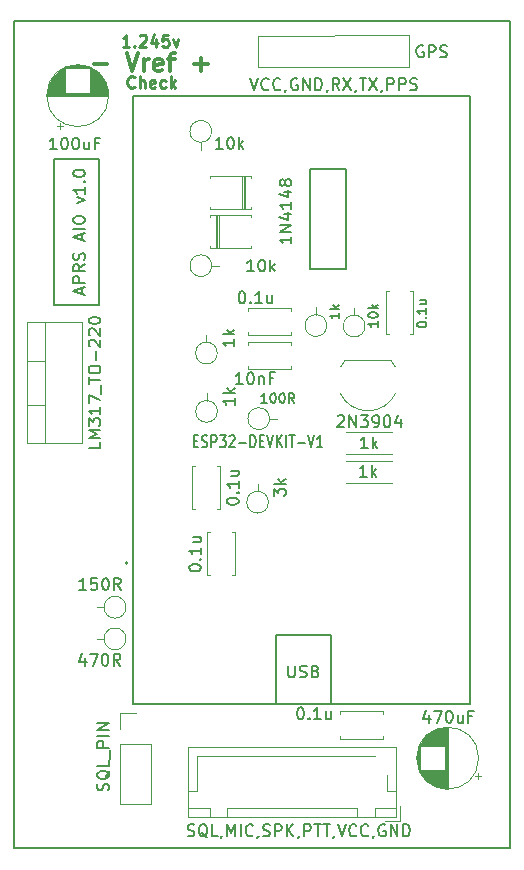
<source format=gbr>
%TF.GenerationSoftware,KiCad,Pcbnew,(6.0.9)*%
%TF.CreationDate,2023-02-20T20:31:07+03:00*%
%TF.ProjectId,ESP32_APRS,45535033-325f-4415-9052-532e6b696361,rev?*%
%TF.SameCoordinates,Original*%
%TF.FileFunction,Legend,Top*%
%TF.FilePolarity,Positive*%
%FSLAX46Y46*%
G04 Gerber Fmt 4.6, Leading zero omitted, Abs format (unit mm)*
G04 Created by KiCad (PCBNEW (6.0.9)) date 2023-02-20 20:31:07*
%MOMM*%
%LPD*%
G01*
G04 APERTURE LIST*
%ADD10C,0.200000*%
%TA.AperFunction,Profile*%
%ADD11C,0.200000*%
%TD*%
%ADD12C,0.250000*%
%ADD13C,0.300000*%
%ADD14C,0.150000*%
%ADD15C,0.120000*%
%ADD16C,0.127000*%
G04 APERTURE END LIST*
D10*
X123390000Y-66660000D02*
X127250000Y-66660000D01*
X127250000Y-66660000D02*
X127250000Y-78990000D01*
X127250000Y-78990000D02*
X123390000Y-78990000D01*
X123390000Y-78990000D02*
X123390000Y-66660000D01*
X145120000Y-67470000D02*
X148110000Y-67470000D01*
X148110000Y-67470000D02*
X148110000Y-75950000D01*
X148110000Y-75950000D02*
X145120000Y-75950000D01*
X145120000Y-75950000D02*
X145120000Y-67470000D01*
D11*
X120000000Y-125000000D02*
X120000000Y-55000000D01*
X120000000Y-55000000D02*
X162000000Y-55000000D01*
X120000000Y-125000000D02*
X162000000Y-125000000D01*
X162052000Y-55000000D02*
X162000000Y-125000000D01*
D12*
X130245238Y-60547142D02*
X130197619Y-60594761D01*
X130054761Y-60642380D01*
X129959523Y-60642380D01*
X129816666Y-60594761D01*
X129721428Y-60499523D01*
X129673809Y-60404285D01*
X129626190Y-60213809D01*
X129626190Y-60070952D01*
X129673809Y-59880476D01*
X129721428Y-59785238D01*
X129816666Y-59690000D01*
X129959523Y-59642380D01*
X130054761Y-59642380D01*
X130197619Y-59690000D01*
X130245238Y-59737619D01*
X130673809Y-60642380D02*
X130673809Y-59642380D01*
X131102380Y-60642380D02*
X131102380Y-60118571D01*
X131054761Y-60023333D01*
X130959523Y-59975714D01*
X130816666Y-59975714D01*
X130721428Y-60023333D01*
X130673809Y-60070952D01*
X131959523Y-60594761D02*
X131864285Y-60642380D01*
X131673809Y-60642380D01*
X131578571Y-60594761D01*
X131530952Y-60499523D01*
X131530952Y-60118571D01*
X131578571Y-60023333D01*
X131673809Y-59975714D01*
X131864285Y-59975714D01*
X131959523Y-60023333D01*
X132007142Y-60118571D01*
X132007142Y-60213809D01*
X131530952Y-60309047D01*
X132864285Y-60594761D02*
X132769047Y-60642380D01*
X132578571Y-60642380D01*
X132483333Y-60594761D01*
X132435714Y-60547142D01*
X132388095Y-60451904D01*
X132388095Y-60166190D01*
X132435714Y-60070952D01*
X132483333Y-60023333D01*
X132578571Y-59975714D01*
X132769047Y-59975714D01*
X132864285Y-60023333D01*
X133292857Y-60642380D02*
X133292857Y-59642380D01*
X133388095Y-60261428D02*
X133673809Y-60642380D01*
X133673809Y-59975714D02*
X133292857Y-60356666D01*
X129798095Y-57152380D02*
X129226666Y-57152380D01*
X129512380Y-57152380D02*
X129512380Y-56152380D01*
X129417142Y-56295238D01*
X129321904Y-56390476D01*
X129226666Y-56438095D01*
X130226666Y-57057142D02*
X130274285Y-57104761D01*
X130226666Y-57152380D01*
X130179047Y-57104761D01*
X130226666Y-57057142D01*
X130226666Y-57152380D01*
X130655238Y-56247619D02*
X130702857Y-56200000D01*
X130798095Y-56152380D01*
X131036190Y-56152380D01*
X131131428Y-56200000D01*
X131179047Y-56247619D01*
X131226666Y-56342857D01*
X131226666Y-56438095D01*
X131179047Y-56580952D01*
X130607619Y-57152380D01*
X131226666Y-57152380D01*
X132083809Y-56485714D02*
X132083809Y-57152380D01*
X131845714Y-56104761D02*
X131607619Y-56819047D01*
X132226666Y-56819047D01*
X133083809Y-56152380D02*
X132607619Y-56152380D01*
X132560000Y-56628571D01*
X132607619Y-56580952D01*
X132702857Y-56533333D01*
X132940952Y-56533333D01*
X133036190Y-56580952D01*
X133083809Y-56628571D01*
X133131428Y-56723809D01*
X133131428Y-56961904D01*
X133083809Y-57057142D01*
X133036190Y-57104761D01*
X132940952Y-57152380D01*
X132702857Y-57152380D01*
X132607619Y-57104761D01*
X132560000Y-57057142D01*
X133464761Y-56485714D02*
X133702857Y-57152380D01*
X133940952Y-56485714D01*
D13*
X126768571Y-58647142D02*
X127911428Y-58647142D01*
X129554285Y-57718571D02*
X130054285Y-59218571D01*
X130554285Y-57718571D01*
X131054285Y-59218571D02*
X131054285Y-58218571D01*
X131054285Y-58504285D02*
X131125714Y-58361428D01*
X131197142Y-58290000D01*
X131340000Y-58218571D01*
X131482857Y-58218571D01*
X132554285Y-59147142D02*
X132411428Y-59218571D01*
X132125714Y-59218571D01*
X131982857Y-59147142D01*
X131911428Y-59004285D01*
X131911428Y-58432857D01*
X131982857Y-58290000D01*
X132125714Y-58218571D01*
X132411428Y-58218571D01*
X132554285Y-58290000D01*
X132625714Y-58432857D01*
X132625714Y-58575714D01*
X131911428Y-58718571D01*
X133054285Y-58218571D02*
X133625714Y-58218571D01*
X133268571Y-59218571D02*
X133268571Y-57932857D01*
X133340000Y-57790000D01*
X133482857Y-57718571D01*
X133625714Y-57718571D01*
X135268571Y-58647142D02*
X136411428Y-58647142D01*
X135840000Y-59218571D02*
X135840000Y-58075714D01*
D14*
X125756666Y-78058095D02*
X125756666Y-77581904D01*
X126042380Y-78153333D02*
X125042380Y-77820000D01*
X126042380Y-77486666D01*
X126042380Y-77153333D02*
X125042380Y-77153333D01*
X125042380Y-76772380D01*
X125090000Y-76677142D01*
X125137619Y-76629523D01*
X125232857Y-76581904D01*
X125375714Y-76581904D01*
X125470952Y-76629523D01*
X125518571Y-76677142D01*
X125566190Y-76772380D01*
X125566190Y-77153333D01*
X126042380Y-75581904D02*
X125566190Y-75915238D01*
X126042380Y-76153333D02*
X125042380Y-76153333D01*
X125042380Y-75772380D01*
X125090000Y-75677142D01*
X125137619Y-75629523D01*
X125232857Y-75581904D01*
X125375714Y-75581904D01*
X125470952Y-75629523D01*
X125518571Y-75677142D01*
X125566190Y-75772380D01*
X125566190Y-76153333D01*
X125994761Y-75200952D02*
X126042380Y-75058095D01*
X126042380Y-74820000D01*
X125994761Y-74724761D01*
X125947142Y-74677142D01*
X125851904Y-74629523D01*
X125756666Y-74629523D01*
X125661428Y-74677142D01*
X125613809Y-74724761D01*
X125566190Y-74820000D01*
X125518571Y-75010476D01*
X125470952Y-75105714D01*
X125423333Y-75153333D01*
X125328095Y-75200952D01*
X125232857Y-75200952D01*
X125137619Y-75153333D01*
X125090000Y-75105714D01*
X125042380Y-75010476D01*
X125042380Y-74772380D01*
X125090000Y-74629523D01*
X125756666Y-73486666D02*
X125756666Y-73010476D01*
X126042380Y-73581904D02*
X125042380Y-73248571D01*
X126042380Y-72915238D01*
X126042380Y-72581904D02*
X125042380Y-72581904D01*
X125042380Y-71915238D02*
X125042380Y-71724761D01*
X125090000Y-71629523D01*
X125185238Y-71534285D01*
X125375714Y-71486666D01*
X125709047Y-71486666D01*
X125899523Y-71534285D01*
X125994761Y-71629523D01*
X126042380Y-71724761D01*
X126042380Y-71915238D01*
X125994761Y-72010476D01*
X125899523Y-72105714D01*
X125709047Y-72153333D01*
X125375714Y-72153333D01*
X125185238Y-72105714D01*
X125090000Y-72010476D01*
X125042380Y-71915238D01*
X125375714Y-70391428D02*
X126042380Y-70153333D01*
X125375714Y-69915238D01*
X126042380Y-69010476D02*
X126042380Y-69581904D01*
X126042380Y-69296190D02*
X125042380Y-69296190D01*
X125185238Y-69391428D01*
X125280476Y-69486666D01*
X125328095Y-69581904D01*
X125947142Y-68581904D02*
X125994761Y-68534285D01*
X126042380Y-68581904D01*
X125994761Y-68629523D01*
X125947142Y-68581904D01*
X126042380Y-68581904D01*
X125042380Y-67915238D02*
X125042380Y-67820000D01*
X125090000Y-67724761D01*
X125137619Y-67677142D01*
X125232857Y-67629523D01*
X125423333Y-67581904D01*
X125661428Y-67581904D01*
X125851904Y-67629523D01*
X125947142Y-67677142D01*
X125994761Y-67724761D01*
X126042380Y-67820000D01*
X126042380Y-67915238D01*
X125994761Y-68010476D01*
X125947142Y-68058095D01*
X125851904Y-68105714D01*
X125661428Y-68153333D01*
X125423333Y-68153333D01*
X125232857Y-68105714D01*
X125137619Y-68058095D01*
X125090000Y-68010476D01*
X125042380Y-67915238D01*
%TO.C,R4*%
X140344761Y-76182380D02*
X139773333Y-76182380D01*
X140059047Y-76182380D02*
X140059047Y-75182380D01*
X139963809Y-75325238D01*
X139868571Y-75420476D01*
X139773333Y-75468095D01*
X140963809Y-75182380D02*
X141059047Y-75182380D01*
X141154285Y-75230000D01*
X141201904Y-75277619D01*
X141249523Y-75372857D01*
X141297142Y-75563333D01*
X141297142Y-75801428D01*
X141249523Y-75991904D01*
X141201904Y-76087142D01*
X141154285Y-76134761D01*
X141059047Y-76182380D01*
X140963809Y-76182380D01*
X140868571Y-76134761D01*
X140820952Y-76087142D01*
X140773333Y-75991904D01*
X140725714Y-75801428D01*
X140725714Y-75563333D01*
X140773333Y-75372857D01*
X140820952Y-75277619D01*
X140868571Y-75230000D01*
X140963809Y-75182380D01*
X141725714Y-76182380D02*
X141725714Y-75182380D01*
X141820952Y-75801428D02*
X142106666Y-76182380D01*
X142106666Y-75515714D02*
X141725714Y-75896666D01*
%TO.C,C3*%
X139275714Y-77872380D02*
X139370952Y-77872380D01*
X139466190Y-77920000D01*
X139513809Y-77967619D01*
X139561428Y-78062857D01*
X139609047Y-78253333D01*
X139609047Y-78491428D01*
X139561428Y-78681904D01*
X139513809Y-78777142D01*
X139466190Y-78824761D01*
X139370952Y-78872380D01*
X139275714Y-78872380D01*
X139180476Y-78824761D01*
X139132857Y-78777142D01*
X139085238Y-78681904D01*
X139037619Y-78491428D01*
X139037619Y-78253333D01*
X139085238Y-78062857D01*
X139132857Y-77967619D01*
X139180476Y-77920000D01*
X139275714Y-77872380D01*
X140037619Y-78777142D02*
X140085238Y-78824761D01*
X140037619Y-78872380D01*
X139990000Y-78824761D01*
X140037619Y-78777142D01*
X140037619Y-78872380D01*
X141037619Y-78872380D02*
X140466190Y-78872380D01*
X140751904Y-78872380D02*
X140751904Y-77872380D01*
X140656666Y-78015238D01*
X140561428Y-78110476D01*
X140466190Y-78158095D01*
X141894761Y-78205714D02*
X141894761Y-78872380D01*
X141466190Y-78205714D02*
X141466190Y-78729523D01*
X141513809Y-78824761D01*
X141609047Y-78872380D01*
X141751904Y-78872380D01*
X141847142Y-78824761D01*
X141894761Y-78777142D01*
%TO.C,R10*%
X138702380Y-86879047D02*
X138702380Y-87450476D01*
X138702380Y-87164761D02*
X137702380Y-87164761D01*
X137845238Y-87260000D01*
X137940476Y-87355238D01*
X137988095Y-87450476D01*
X138702380Y-86450476D02*
X137702380Y-86450476D01*
X138321428Y-86355238D02*
X138702380Y-86069523D01*
X138035714Y-86069523D02*
X138416666Y-86450476D01*
%TO.C,C6*%
X155157142Y-113705714D02*
X155157142Y-114372380D01*
X154919047Y-113324761D02*
X154680952Y-114039047D01*
X155300000Y-114039047D01*
X155585714Y-113372380D02*
X156252380Y-113372380D01*
X155823809Y-114372380D01*
X156823809Y-113372380D02*
X156919047Y-113372380D01*
X157014285Y-113420000D01*
X157061904Y-113467619D01*
X157109523Y-113562857D01*
X157157142Y-113753333D01*
X157157142Y-113991428D01*
X157109523Y-114181904D01*
X157061904Y-114277142D01*
X157014285Y-114324761D01*
X156919047Y-114372380D01*
X156823809Y-114372380D01*
X156728571Y-114324761D01*
X156680952Y-114277142D01*
X156633333Y-114181904D01*
X156585714Y-113991428D01*
X156585714Y-113753333D01*
X156633333Y-113562857D01*
X156680952Y-113467619D01*
X156728571Y-113420000D01*
X156823809Y-113372380D01*
X158014285Y-113705714D02*
X158014285Y-114372380D01*
X157585714Y-113705714D02*
X157585714Y-114229523D01*
X157633333Y-114324761D01*
X157728571Y-114372380D01*
X157871428Y-114372380D01*
X157966666Y-114324761D01*
X158014285Y-114277142D01*
X158823809Y-113848571D02*
X158490476Y-113848571D01*
X158490476Y-114372380D02*
X158490476Y-113372380D01*
X158966666Y-113372380D01*
%TO.C,R1*%
X126028095Y-108885714D02*
X126028095Y-109552380D01*
X125790000Y-108504761D02*
X125551904Y-109219047D01*
X126170952Y-109219047D01*
X126456666Y-108552380D02*
X127123333Y-108552380D01*
X126694761Y-109552380D01*
X127694761Y-108552380D02*
X127790000Y-108552380D01*
X127885238Y-108600000D01*
X127932857Y-108647619D01*
X127980476Y-108742857D01*
X128028095Y-108933333D01*
X128028095Y-109171428D01*
X127980476Y-109361904D01*
X127932857Y-109457142D01*
X127885238Y-109504761D01*
X127790000Y-109552380D01*
X127694761Y-109552380D01*
X127599523Y-109504761D01*
X127551904Y-109457142D01*
X127504285Y-109361904D01*
X127456666Y-109171428D01*
X127456666Y-108933333D01*
X127504285Y-108742857D01*
X127551904Y-108647619D01*
X127599523Y-108600000D01*
X127694761Y-108552380D01*
X129028095Y-109552380D02*
X128694761Y-109076190D01*
X128456666Y-109552380D02*
X128456666Y-108552380D01*
X128837619Y-108552380D01*
X128932857Y-108600000D01*
X128980476Y-108647619D01*
X129028095Y-108742857D01*
X129028095Y-108885714D01*
X128980476Y-108980952D01*
X128932857Y-109028571D01*
X128837619Y-109076190D01*
X128456666Y-109076190D01*
%TO.C,RX2*%
X149970952Y-91162380D02*
X149399523Y-91162380D01*
X149685238Y-91162380D02*
X149685238Y-90162380D01*
X149590000Y-90305238D01*
X149494761Y-90400476D01*
X149399523Y-90448095D01*
X150399523Y-91162380D02*
X150399523Y-90162380D01*
X150494761Y-90781428D02*
X150780476Y-91162380D01*
X150780476Y-90495714D02*
X150399523Y-90876666D01*
%TO.C,C8*%
X123632380Y-65852380D02*
X123060952Y-65852380D01*
X123346666Y-65852380D02*
X123346666Y-64852380D01*
X123251428Y-64995238D01*
X123156190Y-65090476D01*
X123060952Y-65138095D01*
X124251428Y-64852380D02*
X124346666Y-64852380D01*
X124441904Y-64900000D01*
X124489523Y-64947619D01*
X124537142Y-65042857D01*
X124584761Y-65233333D01*
X124584761Y-65471428D01*
X124537142Y-65661904D01*
X124489523Y-65757142D01*
X124441904Y-65804761D01*
X124346666Y-65852380D01*
X124251428Y-65852380D01*
X124156190Y-65804761D01*
X124108571Y-65757142D01*
X124060952Y-65661904D01*
X124013333Y-65471428D01*
X124013333Y-65233333D01*
X124060952Y-65042857D01*
X124108571Y-64947619D01*
X124156190Y-64900000D01*
X124251428Y-64852380D01*
X125203809Y-64852380D02*
X125299047Y-64852380D01*
X125394285Y-64900000D01*
X125441904Y-64947619D01*
X125489523Y-65042857D01*
X125537142Y-65233333D01*
X125537142Y-65471428D01*
X125489523Y-65661904D01*
X125441904Y-65757142D01*
X125394285Y-65804761D01*
X125299047Y-65852380D01*
X125203809Y-65852380D01*
X125108571Y-65804761D01*
X125060952Y-65757142D01*
X125013333Y-65661904D01*
X124965714Y-65471428D01*
X124965714Y-65233333D01*
X125013333Y-65042857D01*
X125060952Y-64947619D01*
X125108571Y-64900000D01*
X125203809Y-64852380D01*
X126394285Y-65185714D02*
X126394285Y-65852380D01*
X125965714Y-65185714D02*
X125965714Y-65709523D01*
X126013333Y-65804761D01*
X126108571Y-65852380D01*
X126251428Y-65852380D01*
X126346666Y-65804761D01*
X126394285Y-65757142D01*
X127203809Y-65328571D02*
X126870476Y-65328571D01*
X126870476Y-65852380D02*
X126870476Y-64852380D01*
X127346666Y-64852380D01*
%TO.C,J1*%
X128014761Y-120107142D02*
X128062380Y-119964285D01*
X128062380Y-119726190D01*
X128014761Y-119630952D01*
X127967142Y-119583333D01*
X127871904Y-119535714D01*
X127776666Y-119535714D01*
X127681428Y-119583333D01*
X127633809Y-119630952D01*
X127586190Y-119726190D01*
X127538571Y-119916666D01*
X127490952Y-120011904D01*
X127443333Y-120059523D01*
X127348095Y-120107142D01*
X127252857Y-120107142D01*
X127157619Y-120059523D01*
X127110000Y-120011904D01*
X127062380Y-119916666D01*
X127062380Y-119678571D01*
X127110000Y-119535714D01*
X128157619Y-118440476D02*
X128110000Y-118535714D01*
X128014761Y-118630952D01*
X127871904Y-118773809D01*
X127824285Y-118869047D01*
X127824285Y-118964285D01*
X128062380Y-118916666D02*
X128014761Y-119011904D01*
X127919523Y-119107142D01*
X127729047Y-119154761D01*
X127395714Y-119154761D01*
X127205238Y-119107142D01*
X127110000Y-119011904D01*
X127062380Y-118916666D01*
X127062380Y-118726190D01*
X127110000Y-118630952D01*
X127205238Y-118535714D01*
X127395714Y-118488095D01*
X127729047Y-118488095D01*
X127919523Y-118535714D01*
X128014761Y-118630952D01*
X128062380Y-118726190D01*
X128062380Y-118916666D01*
X128062380Y-117583333D02*
X128062380Y-118059523D01*
X127062380Y-118059523D01*
X128157619Y-117488095D02*
X128157619Y-116726190D01*
X128062380Y-116488095D02*
X127062380Y-116488095D01*
X127062380Y-116107142D01*
X127110000Y-116011904D01*
X127157619Y-115964285D01*
X127252857Y-115916666D01*
X127395714Y-115916666D01*
X127490952Y-115964285D01*
X127538571Y-116011904D01*
X127586190Y-116107142D01*
X127586190Y-116488095D01*
X128062380Y-115488095D02*
X127062380Y-115488095D01*
X128062380Y-115011904D02*
X127062380Y-115011904D01*
X128062380Y-114440476D01*
X127062380Y-114440476D01*
%TO.C,R6*%
X138692380Y-81939047D02*
X138692380Y-82510476D01*
X138692380Y-82224761D02*
X137692380Y-82224761D01*
X137835238Y-82320000D01*
X137930476Y-82415238D01*
X137978095Y-82510476D01*
X138692380Y-81510476D02*
X137692380Y-81510476D01*
X138311428Y-81415238D02*
X138692380Y-81129523D01*
X138025714Y-81129523D02*
X138406666Y-81510476D01*
%TO.C,C1*%
X144245714Y-113082380D02*
X144340952Y-113082380D01*
X144436190Y-113130000D01*
X144483809Y-113177619D01*
X144531428Y-113272857D01*
X144579047Y-113463333D01*
X144579047Y-113701428D01*
X144531428Y-113891904D01*
X144483809Y-113987142D01*
X144436190Y-114034761D01*
X144340952Y-114082380D01*
X144245714Y-114082380D01*
X144150476Y-114034761D01*
X144102857Y-113987142D01*
X144055238Y-113891904D01*
X144007619Y-113701428D01*
X144007619Y-113463333D01*
X144055238Y-113272857D01*
X144102857Y-113177619D01*
X144150476Y-113130000D01*
X144245714Y-113082380D01*
X145007619Y-113987142D02*
X145055238Y-114034761D01*
X145007619Y-114082380D01*
X144960000Y-114034761D01*
X145007619Y-113987142D01*
X145007619Y-114082380D01*
X146007619Y-114082380D02*
X145436190Y-114082380D01*
X145721904Y-114082380D02*
X145721904Y-113082380D01*
X145626666Y-113225238D01*
X145531428Y-113320476D01*
X145436190Y-113368095D01*
X146864761Y-113415714D02*
X146864761Y-114082380D01*
X146436190Y-113415714D02*
X146436190Y-113939523D01*
X146483809Y-114034761D01*
X146579047Y-114082380D01*
X146721904Y-114082380D01*
X146817142Y-114034761D01*
X146864761Y-113987142D01*
%TO.C,C4*%
X138042380Y-95674285D02*
X138042380Y-95579047D01*
X138090000Y-95483809D01*
X138137619Y-95436190D01*
X138232857Y-95388571D01*
X138423333Y-95340952D01*
X138661428Y-95340952D01*
X138851904Y-95388571D01*
X138947142Y-95436190D01*
X138994761Y-95483809D01*
X139042380Y-95579047D01*
X139042380Y-95674285D01*
X138994761Y-95769523D01*
X138947142Y-95817142D01*
X138851904Y-95864761D01*
X138661428Y-95912380D01*
X138423333Y-95912380D01*
X138232857Y-95864761D01*
X138137619Y-95817142D01*
X138090000Y-95769523D01*
X138042380Y-95674285D01*
X138947142Y-94912380D02*
X138994761Y-94864761D01*
X139042380Y-94912380D01*
X138994761Y-94960000D01*
X138947142Y-94912380D01*
X139042380Y-94912380D01*
X139042380Y-93912380D02*
X139042380Y-94483809D01*
X139042380Y-94198095D02*
X138042380Y-94198095D01*
X138185238Y-94293333D01*
X138280476Y-94388571D01*
X138328095Y-94483809D01*
X138375714Y-93055238D02*
X139042380Y-93055238D01*
X138375714Y-93483809D02*
X138899523Y-93483809D01*
X138994761Y-93436190D01*
X139042380Y-93340952D01*
X139042380Y-93198095D01*
X138994761Y-93102857D01*
X138947142Y-93055238D01*
%TO.C,R8*%
X142022380Y-95188095D02*
X142022380Y-94569047D01*
X142403333Y-94902380D01*
X142403333Y-94759523D01*
X142450952Y-94664285D01*
X142498571Y-94616666D01*
X142593809Y-94569047D01*
X142831904Y-94569047D01*
X142927142Y-94616666D01*
X142974761Y-94664285D01*
X143022380Y-94759523D01*
X143022380Y-95045238D01*
X142974761Y-95140476D01*
X142927142Y-95188095D01*
X143022380Y-94140476D02*
X142022380Y-94140476D01*
X142641428Y-94045238D02*
X143022380Y-93759523D01*
X142355714Y-93759523D02*
X142736666Y-94140476D01*
%TO.C,C7*%
X154151904Y-80721428D02*
X154151904Y-80645238D01*
X154190000Y-80569047D01*
X154228095Y-80530952D01*
X154304285Y-80492857D01*
X154456666Y-80454761D01*
X154647142Y-80454761D01*
X154799523Y-80492857D01*
X154875714Y-80530952D01*
X154913809Y-80569047D01*
X154951904Y-80645238D01*
X154951904Y-80721428D01*
X154913809Y-80797619D01*
X154875714Y-80835714D01*
X154799523Y-80873809D01*
X154647142Y-80911904D01*
X154456666Y-80911904D01*
X154304285Y-80873809D01*
X154228095Y-80835714D01*
X154190000Y-80797619D01*
X154151904Y-80721428D01*
X154875714Y-80111904D02*
X154913809Y-80073809D01*
X154951904Y-80111904D01*
X154913809Y-80150000D01*
X154875714Y-80111904D01*
X154951904Y-80111904D01*
X154951904Y-79311904D02*
X154951904Y-79769047D01*
X154951904Y-79540476D02*
X154151904Y-79540476D01*
X154266190Y-79616666D01*
X154342380Y-79692857D01*
X154380476Y-79769047D01*
X154418571Y-78626190D02*
X154951904Y-78626190D01*
X154418571Y-78969047D02*
X154837619Y-78969047D01*
X154913809Y-78930952D01*
X154951904Y-78854761D01*
X154951904Y-78740476D01*
X154913809Y-78664285D01*
X154875714Y-78626190D01*
%TO.C,R5*%
X126143333Y-103142380D02*
X125571904Y-103142380D01*
X125857619Y-103142380D02*
X125857619Y-102142380D01*
X125762380Y-102285238D01*
X125667142Y-102380476D01*
X125571904Y-102428095D01*
X127048095Y-102142380D02*
X126571904Y-102142380D01*
X126524285Y-102618571D01*
X126571904Y-102570952D01*
X126667142Y-102523333D01*
X126905238Y-102523333D01*
X127000476Y-102570952D01*
X127048095Y-102618571D01*
X127095714Y-102713809D01*
X127095714Y-102951904D01*
X127048095Y-103047142D01*
X127000476Y-103094761D01*
X126905238Y-103142380D01*
X126667142Y-103142380D01*
X126571904Y-103094761D01*
X126524285Y-103047142D01*
X127714761Y-102142380D02*
X127810000Y-102142380D01*
X127905238Y-102190000D01*
X127952857Y-102237619D01*
X128000476Y-102332857D01*
X128048095Y-102523333D01*
X128048095Y-102761428D01*
X128000476Y-102951904D01*
X127952857Y-103047142D01*
X127905238Y-103094761D01*
X127810000Y-103142380D01*
X127714761Y-103142380D01*
X127619523Y-103094761D01*
X127571904Y-103047142D01*
X127524285Y-102951904D01*
X127476666Y-102761428D01*
X127476666Y-102523333D01*
X127524285Y-102332857D01*
X127571904Y-102237619D01*
X127619523Y-102190000D01*
X127714761Y-102142380D01*
X129048095Y-103142380D02*
X128714761Y-102666190D01*
X128476666Y-103142380D02*
X128476666Y-102142380D01*
X128857619Y-102142380D01*
X128952857Y-102190000D01*
X129000476Y-102237619D01*
X129048095Y-102332857D01*
X129048095Y-102475714D01*
X129000476Y-102570952D01*
X128952857Y-102618571D01*
X128857619Y-102666190D01*
X128476666Y-102666190D01*
%TO.C,R7*%
X150831904Y-80406190D02*
X150831904Y-80863333D01*
X150831904Y-80634761D02*
X150031904Y-80634761D01*
X150146190Y-80710952D01*
X150222380Y-80787142D01*
X150260476Y-80863333D01*
X150031904Y-79910952D02*
X150031904Y-79834761D01*
X150070000Y-79758571D01*
X150108095Y-79720476D01*
X150184285Y-79682380D01*
X150336666Y-79644285D01*
X150527142Y-79644285D01*
X150679523Y-79682380D01*
X150755714Y-79720476D01*
X150793809Y-79758571D01*
X150831904Y-79834761D01*
X150831904Y-79910952D01*
X150793809Y-79987142D01*
X150755714Y-80025238D01*
X150679523Y-80063333D01*
X150527142Y-80101428D01*
X150336666Y-80101428D01*
X150184285Y-80063333D01*
X150108095Y-80025238D01*
X150070000Y-79987142D01*
X150031904Y-79910952D01*
X150831904Y-79301428D02*
X150031904Y-79301428D01*
X150527142Y-79225238D02*
X150831904Y-78996666D01*
X150298571Y-78996666D02*
X150603333Y-79301428D01*
%TO.C,TX2*%
X149900952Y-93572380D02*
X149329523Y-93572380D01*
X149615238Y-93572380D02*
X149615238Y-92572380D01*
X149520000Y-92715238D01*
X149424761Y-92810476D01*
X149329523Y-92858095D01*
X150329523Y-93572380D02*
X150329523Y-92572380D01*
X150424761Y-93191428D02*
X150710476Y-93572380D01*
X150710476Y-92905714D02*
X150329523Y-93286666D01*
%TO.C,U2*%
X135251428Y-90528571D02*
X135518095Y-90528571D01*
X135632380Y-91052380D02*
X135251428Y-91052380D01*
X135251428Y-90052380D01*
X135632380Y-90052380D01*
X135937142Y-91004761D02*
X136051428Y-91052380D01*
X136241904Y-91052380D01*
X136318095Y-91004761D01*
X136356190Y-90957142D01*
X136394285Y-90861904D01*
X136394285Y-90766666D01*
X136356190Y-90671428D01*
X136318095Y-90623809D01*
X136241904Y-90576190D01*
X136089523Y-90528571D01*
X136013333Y-90480952D01*
X135975238Y-90433333D01*
X135937142Y-90338095D01*
X135937142Y-90242857D01*
X135975238Y-90147619D01*
X136013333Y-90100000D01*
X136089523Y-90052380D01*
X136280000Y-90052380D01*
X136394285Y-90100000D01*
X136737142Y-91052380D02*
X136737142Y-90052380D01*
X137041904Y-90052380D01*
X137118095Y-90100000D01*
X137156190Y-90147619D01*
X137194285Y-90242857D01*
X137194285Y-90385714D01*
X137156190Y-90480952D01*
X137118095Y-90528571D01*
X137041904Y-90576190D01*
X136737142Y-90576190D01*
X137460952Y-90052380D02*
X137956190Y-90052380D01*
X137689523Y-90433333D01*
X137803809Y-90433333D01*
X137880000Y-90480952D01*
X137918095Y-90528571D01*
X137956190Y-90623809D01*
X137956190Y-90861904D01*
X137918095Y-90957142D01*
X137880000Y-91004761D01*
X137803809Y-91052380D01*
X137575238Y-91052380D01*
X137499047Y-91004761D01*
X137460952Y-90957142D01*
X138260952Y-90147619D02*
X138299047Y-90100000D01*
X138375238Y-90052380D01*
X138565714Y-90052380D01*
X138641904Y-90100000D01*
X138680000Y-90147619D01*
X138718095Y-90242857D01*
X138718095Y-90338095D01*
X138680000Y-90480952D01*
X138222857Y-91052380D01*
X138718095Y-91052380D01*
X139060952Y-90671428D02*
X139670476Y-90671428D01*
X140051428Y-91052380D02*
X140051428Y-90052380D01*
X140241904Y-90052380D01*
X140356190Y-90100000D01*
X140432380Y-90195238D01*
X140470476Y-90290476D01*
X140508571Y-90480952D01*
X140508571Y-90623809D01*
X140470476Y-90814285D01*
X140432380Y-90909523D01*
X140356190Y-91004761D01*
X140241904Y-91052380D01*
X140051428Y-91052380D01*
X140851428Y-90528571D02*
X141118095Y-90528571D01*
X141232380Y-91052380D02*
X140851428Y-91052380D01*
X140851428Y-90052380D01*
X141232380Y-90052380D01*
X141460952Y-90052380D02*
X141727619Y-91052380D01*
X141994285Y-90052380D01*
X142260952Y-91052380D02*
X142260952Y-90052380D01*
X142718095Y-91052380D02*
X142375238Y-90480952D01*
X142718095Y-90052380D02*
X142260952Y-90623809D01*
X143060952Y-91052380D02*
X143060952Y-90052380D01*
X143327619Y-90052380D02*
X143784761Y-90052380D01*
X143556190Y-91052380D02*
X143556190Y-90052380D01*
X144051428Y-90671428D02*
X144660952Y-90671428D01*
X144927619Y-90052380D02*
X145194285Y-91052380D01*
X145460952Y-90052380D01*
X146146666Y-91052380D02*
X145689523Y-91052380D01*
X145918095Y-91052380D02*
X145918095Y-90052380D01*
X145841904Y-90195238D01*
X145765714Y-90290476D01*
X145689523Y-90338095D01*
X143225395Y-109546380D02*
X143225395Y-110355904D01*
X143273014Y-110451142D01*
X143320633Y-110498761D01*
X143415871Y-110546380D01*
X143606347Y-110546380D01*
X143701585Y-110498761D01*
X143749204Y-110451142D01*
X143796823Y-110355904D01*
X143796823Y-109546380D01*
X144225395Y-110498761D02*
X144368252Y-110546380D01*
X144606347Y-110546380D01*
X144701585Y-110498761D01*
X144749204Y-110451142D01*
X144796823Y-110355904D01*
X144796823Y-110260666D01*
X144749204Y-110165428D01*
X144701585Y-110117809D01*
X144606347Y-110070190D01*
X144415871Y-110022571D01*
X144320633Y-109974952D01*
X144273014Y-109927333D01*
X144225395Y-109832095D01*
X144225395Y-109736857D01*
X144273014Y-109641619D01*
X144320633Y-109594000D01*
X144415871Y-109546380D01*
X144653966Y-109546380D01*
X144796823Y-109594000D01*
X145558728Y-110022571D02*
X145701585Y-110070190D01*
X145749204Y-110117809D01*
X145796823Y-110213047D01*
X145796823Y-110355904D01*
X145749204Y-110451142D01*
X145701585Y-110498761D01*
X145606347Y-110546380D01*
X145225395Y-110546380D01*
X145225395Y-109546380D01*
X145558728Y-109546380D01*
X145653966Y-109594000D01*
X145701585Y-109641619D01*
X145749204Y-109736857D01*
X145749204Y-109832095D01*
X145701585Y-109927333D01*
X145653966Y-109974952D01*
X145558728Y-110022571D01*
X145225395Y-110022571D01*
%TO.C,R9*%
X147551904Y-79685238D02*
X147551904Y-80142380D01*
X147551904Y-79913809D02*
X146751904Y-79913809D01*
X146866190Y-79990000D01*
X146942380Y-80066190D01*
X146980476Y-80142380D01*
X147551904Y-79342380D02*
X146751904Y-79342380D01*
X147247142Y-79266190D02*
X147551904Y-79037619D01*
X147018571Y-79037619D02*
X147323333Y-79342380D01*
%TO.C,C2*%
X134852380Y-101314285D02*
X134852380Y-101219047D01*
X134900000Y-101123809D01*
X134947619Y-101076190D01*
X135042857Y-101028571D01*
X135233333Y-100980952D01*
X135471428Y-100980952D01*
X135661904Y-101028571D01*
X135757142Y-101076190D01*
X135804761Y-101123809D01*
X135852380Y-101219047D01*
X135852380Y-101314285D01*
X135804761Y-101409523D01*
X135757142Y-101457142D01*
X135661904Y-101504761D01*
X135471428Y-101552380D01*
X135233333Y-101552380D01*
X135042857Y-101504761D01*
X134947619Y-101457142D01*
X134900000Y-101409523D01*
X134852380Y-101314285D01*
X135757142Y-100552380D02*
X135804761Y-100504761D01*
X135852380Y-100552380D01*
X135804761Y-100600000D01*
X135757142Y-100552380D01*
X135852380Y-100552380D01*
X135852380Y-99552380D02*
X135852380Y-100123809D01*
X135852380Y-99838095D02*
X134852380Y-99838095D01*
X134995238Y-99933333D01*
X135090476Y-100028571D01*
X135138095Y-100123809D01*
X135185714Y-98695238D02*
X135852380Y-98695238D01*
X135185714Y-99123809D02*
X135709523Y-99123809D01*
X135804761Y-99076190D01*
X135852380Y-98980952D01*
X135852380Y-98838095D01*
X135804761Y-98742857D01*
X135757142Y-98695238D01*
%TO.C,Brd3*%
X154675714Y-57090000D02*
X154580476Y-57042380D01*
X154437619Y-57042380D01*
X154294761Y-57090000D01*
X154199523Y-57185238D01*
X154151904Y-57280476D01*
X154104285Y-57470952D01*
X154104285Y-57613809D01*
X154151904Y-57804285D01*
X154199523Y-57899523D01*
X154294761Y-57994761D01*
X154437619Y-58042380D01*
X154532857Y-58042380D01*
X154675714Y-57994761D01*
X154723333Y-57947142D01*
X154723333Y-57613809D01*
X154532857Y-57613809D01*
X155151904Y-58042380D02*
X155151904Y-57042380D01*
X155532857Y-57042380D01*
X155628095Y-57090000D01*
X155675714Y-57137619D01*
X155723333Y-57232857D01*
X155723333Y-57375714D01*
X155675714Y-57470952D01*
X155628095Y-57518571D01*
X155532857Y-57566190D01*
X155151904Y-57566190D01*
X156104285Y-57994761D02*
X156247142Y-58042380D01*
X156485238Y-58042380D01*
X156580476Y-57994761D01*
X156628095Y-57947142D01*
X156675714Y-57851904D01*
X156675714Y-57756666D01*
X156628095Y-57661428D01*
X156580476Y-57613809D01*
X156485238Y-57566190D01*
X156294761Y-57518571D01*
X156199523Y-57470952D01*
X156151904Y-57423333D01*
X156104285Y-57328095D01*
X156104285Y-57232857D01*
X156151904Y-57137619D01*
X156199523Y-57090000D01*
X156294761Y-57042380D01*
X156532857Y-57042380D01*
X156675714Y-57090000D01*
X140010952Y-59822380D02*
X140344285Y-60822380D01*
X140677619Y-59822380D01*
X141582380Y-60727142D02*
X141534761Y-60774761D01*
X141391904Y-60822380D01*
X141296666Y-60822380D01*
X141153809Y-60774761D01*
X141058571Y-60679523D01*
X141010952Y-60584285D01*
X140963333Y-60393809D01*
X140963333Y-60250952D01*
X141010952Y-60060476D01*
X141058571Y-59965238D01*
X141153809Y-59870000D01*
X141296666Y-59822380D01*
X141391904Y-59822380D01*
X141534761Y-59870000D01*
X141582380Y-59917619D01*
X142582380Y-60727142D02*
X142534761Y-60774761D01*
X142391904Y-60822380D01*
X142296666Y-60822380D01*
X142153809Y-60774761D01*
X142058571Y-60679523D01*
X142010952Y-60584285D01*
X141963333Y-60393809D01*
X141963333Y-60250952D01*
X142010952Y-60060476D01*
X142058571Y-59965238D01*
X142153809Y-59870000D01*
X142296666Y-59822380D01*
X142391904Y-59822380D01*
X142534761Y-59870000D01*
X142582380Y-59917619D01*
X143058571Y-60774761D02*
X143058571Y-60822380D01*
X143010952Y-60917619D01*
X142963333Y-60965238D01*
X144010952Y-59870000D02*
X143915714Y-59822380D01*
X143772857Y-59822380D01*
X143630000Y-59870000D01*
X143534761Y-59965238D01*
X143487142Y-60060476D01*
X143439523Y-60250952D01*
X143439523Y-60393809D01*
X143487142Y-60584285D01*
X143534761Y-60679523D01*
X143630000Y-60774761D01*
X143772857Y-60822380D01*
X143868095Y-60822380D01*
X144010952Y-60774761D01*
X144058571Y-60727142D01*
X144058571Y-60393809D01*
X143868095Y-60393809D01*
X144487142Y-60822380D02*
X144487142Y-59822380D01*
X145058571Y-60822380D01*
X145058571Y-59822380D01*
X145534761Y-60822380D02*
X145534761Y-59822380D01*
X145772857Y-59822380D01*
X145915714Y-59870000D01*
X146010952Y-59965238D01*
X146058571Y-60060476D01*
X146106190Y-60250952D01*
X146106190Y-60393809D01*
X146058571Y-60584285D01*
X146010952Y-60679523D01*
X145915714Y-60774761D01*
X145772857Y-60822380D01*
X145534761Y-60822380D01*
X146582380Y-60774761D02*
X146582380Y-60822380D01*
X146534761Y-60917619D01*
X146487142Y-60965238D01*
X147582380Y-60822380D02*
X147249047Y-60346190D01*
X147010952Y-60822380D02*
X147010952Y-59822380D01*
X147391904Y-59822380D01*
X147487142Y-59870000D01*
X147534761Y-59917619D01*
X147582380Y-60012857D01*
X147582380Y-60155714D01*
X147534761Y-60250952D01*
X147487142Y-60298571D01*
X147391904Y-60346190D01*
X147010952Y-60346190D01*
X147915714Y-59822380D02*
X148582380Y-60822380D01*
X148582380Y-59822380D02*
X147915714Y-60822380D01*
X149010952Y-60774761D02*
X149010952Y-60822380D01*
X148963333Y-60917619D01*
X148915714Y-60965238D01*
X149296666Y-59822380D02*
X149868095Y-59822380D01*
X149582380Y-60822380D02*
X149582380Y-59822380D01*
X150106190Y-59822380D02*
X150772857Y-60822380D01*
X150772857Y-59822380D02*
X150106190Y-60822380D01*
X151201428Y-60774761D02*
X151201428Y-60822380D01*
X151153809Y-60917619D01*
X151106190Y-60965238D01*
X151630000Y-60822380D02*
X151630000Y-59822380D01*
X152010952Y-59822380D01*
X152106190Y-59870000D01*
X152153809Y-59917619D01*
X152201428Y-60012857D01*
X152201428Y-60155714D01*
X152153809Y-60250952D01*
X152106190Y-60298571D01*
X152010952Y-60346190D01*
X151630000Y-60346190D01*
X152630000Y-60822380D02*
X152630000Y-59822380D01*
X153010952Y-59822380D01*
X153106190Y-59870000D01*
X153153809Y-59917619D01*
X153201428Y-60012857D01*
X153201428Y-60155714D01*
X153153809Y-60250952D01*
X153106190Y-60298571D01*
X153010952Y-60346190D01*
X152630000Y-60346190D01*
X153582380Y-60774761D02*
X153725238Y-60822380D01*
X153963333Y-60822380D01*
X154058571Y-60774761D01*
X154106190Y-60727142D01*
X154153809Y-60631904D01*
X154153809Y-60536666D01*
X154106190Y-60441428D01*
X154058571Y-60393809D01*
X153963333Y-60346190D01*
X153772857Y-60298571D01*
X153677619Y-60250952D01*
X153630000Y-60203333D01*
X153582380Y-60108095D01*
X153582380Y-60012857D01*
X153630000Y-59917619D01*
X153677619Y-59870000D01*
X153772857Y-59822380D01*
X154010952Y-59822380D01*
X154153809Y-59870000D01*
%TO.C,Q1*%
X147425714Y-88457619D02*
X147473333Y-88410000D01*
X147568571Y-88362380D01*
X147806666Y-88362380D01*
X147901904Y-88410000D01*
X147949523Y-88457619D01*
X147997142Y-88552857D01*
X147997142Y-88648095D01*
X147949523Y-88790952D01*
X147378095Y-89362380D01*
X147997142Y-89362380D01*
X148425714Y-89362380D02*
X148425714Y-88362380D01*
X148997142Y-89362380D01*
X148997142Y-88362380D01*
X149378095Y-88362380D02*
X149997142Y-88362380D01*
X149663809Y-88743333D01*
X149806666Y-88743333D01*
X149901904Y-88790952D01*
X149949523Y-88838571D01*
X149997142Y-88933809D01*
X149997142Y-89171904D01*
X149949523Y-89267142D01*
X149901904Y-89314761D01*
X149806666Y-89362380D01*
X149520952Y-89362380D01*
X149425714Y-89314761D01*
X149378095Y-89267142D01*
X150473333Y-89362380D02*
X150663809Y-89362380D01*
X150759047Y-89314761D01*
X150806666Y-89267142D01*
X150901904Y-89124285D01*
X150949523Y-88933809D01*
X150949523Y-88552857D01*
X150901904Y-88457619D01*
X150854285Y-88410000D01*
X150759047Y-88362380D01*
X150568571Y-88362380D01*
X150473333Y-88410000D01*
X150425714Y-88457619D01*
X150378095Y-88552857D01*
X150378095Y-88790952D01*
X150425714Y-88886190D01*
X150473333Y-88933809D01*
X150568571Y-88981428D01*
X150759047Y-88981428D01*
X150854285Y-88933809D01*
X150901904Y-88886190D01*
X150949523Y-88790952D01*
X151568571Y-88362380D02*
X151663809Y-88362380D01*
X151759047Y-88410000D01*
X151806666Y-88457619D01*
X151854285Y-88552857D01*
X151901904Y-88743333D01*
X151901904Y-88981428D01*
X151854285Y-89171904D01*
X151806666Y-89267142D01*
X151759047Y-89314761D01*
X151663809Y-89362380D01*
X151568571Y-89362380D01*
X151473333Y-89314761D01*
X151425714Y-89267142D01*
X151378095Y-89171904D01*
X151330476Y-88981428D01*
X151330476Y-88743333D01*
X151378095Y-88552857D01*
X151425714Y-88457619D01*
X151473333Y-88410000D01*
X151568571Y-88362380D01*
X152759047Y-88695714D02*
X152759047Y-89362380D01*
X152520952Y-88314761D02*
X152282857Y-89029047D01*
X152901904Y-89029047D01*
%TO.C,*%
%TO.C,D2*%
X143522380Y-73232857D02*
X143522380Y-73804285D01*
X143522380Y-73518571D02*
X142522380Y-73518571D01*
X142665238Y-73613809D01*
X142760476Y-73709047D01*
X142808095Y-73804285D01*
X143522380Y-72804285D02*
X142522380Y-72804285D01*
X143522380Y-72232857D01*
X142522380Y-72232857D01*
X142855714Y-71328095D02*
X143522380Y-71328095D01*
X142474761Y-71566190D02*
X143189047Y-71804285D01*
X143189047Y-71185238D01*
X143522380Y-70280476D02*
X143522380Y-70851904D01*
X143522380Y-70566190D02*
X142522380Y-70566190D01*
X142665238Y-70661428D01*
X142760476Y-70756666D01*
X142808095Y-70851904D01*
X142855714Y-69423333D02*
X143522380Y-69423333D01*
X142474761Y-69661428D02*
X143189047Y-69899523D01*
X143189047Y-69280476D01*
X142950952Y-68756666D02*
X142903333Y-68851904D01*
X142855714Y-68899523D01*
X142760476Y-68947142D01*
X142712857Y-68947142D01*
X142617619Y-68899523D01*
X142570000Y-68851904D01*
X142522380Y-68756666D01*
X142522380Y-68566190D01*
X142570000Y-68470952D01*
X142617619Y-68423333D01*
X142712857Y-68375714D01*
X142760476Y-68375714D01*
X142855714Y-68423333D01*
X142903333Y-68470952D01*
X142950952Y-68566190D01*
X142950952Y-68756666D01*
X142998571Y-68851904D01*
X143046190Y-68899523D01*
X143141428Y-68947142D01*
X143331904Y-68947142D01*
X143427142Y-68899523D01*
X143474761Y-68851904D01*
X143522380Y-68756666D01*
X143522380Y-68566190D01*
X143474761Y-68470952D01*
X143427142Y-68423333D01*
X143331904Y-68375714D01*
X143141428Y-68375714D01*
X143046190Y-68423333D01*
X142998571Y-68470952D01*
X142950952Y-68566190D01*
%TO.C,Brd1*%
X134735238Y-123954761D02*
X134878095Y-124002380D01*
X135116190Y-124002380D01*
X135211428Y-123954761D01*
X135259047Y-123907142D01*
X135306666Y-123811904D01*
X135306666Y-123716666D01*
X135259047Y-123621428D01*
X135211428Y-123573809D01*
X135116190Y-123526190D01*
X134925714Y-123478571D01*
X134830476Y-123430952D01*
X134782857Y-123383333D01*
X134735238Y-123288095D01*
X134735238Y-123192857D01*
X134782857Y-123097619D01*
X134830476Y-123050000D01*
X134925714Y-123002380D01*
X135163809Y-123002380D01*
X135306666Y-123050000D01*
X136401904Y-124097619D02*
X136306666Y-124050000D01*
X136211428Y-123954761D01*
X136068571Y-123811904D01*
X135973333Y-123764285D01*
X135878095Y-123764285D01*
X135925714Y-124002380D02*
X135830476Y-123954761D01*
X135735238Y-123859523D01*
X135687619Y-123669047D01*
X135687619Y-123335714D01*
X135735238Y-123145238D01*
X135830476Y-123050000D01*
X135925714Y-123002380D01*
X136116190Y-123002380D01*
X136211428Y-123050000D01*
X136306666Y-123145238D01*
X136354285Y-123335714D01*
X136354285Y-123669047D01*
X136306666Y-123859523D01*
X136211428Y-123954761D01*
X136116190Y-124002380D01*
X135925714Y-124002380D01*
X137259047Y-124002380D02*
X136782857Y-124002380D01*
X136782857Y-123002380D01*
X137640000Y-123954761D02*
X137640000Y-124002380D01*
X137592380Y-124097619D01*
X137544761Y-124145238D01*
X138068571Y-124002380D02*
X138068571Y-123002380D01*
X138401904Y-123716666D01*
X138735238Y-123002380D01*
X138735238Y-124002380D01*
X139211428Y-124002380D02*
X139211428Y-123002380D01*
X140259047Y-123907142D02*
X140211428Y-123954761D01*
X140068571Y-124002380D01*
X139973333Y-124002380D01*
X139830476Y-123954761D01*
X139735238Y-123859523D01*
X139687619Y-123764285D01*
X139640000Y-123573809D01*
X139640000Y-123430952D01*
X139687619Y-123240476D01*
X139735238Y-123145238D01*
X139830476Y-123050000D01*
X139973333Y-123002380D01*
X140068571Y-123002380D01*
X140211428Y-123050000D01*
X140259047Y-123097619D01*
X140735238Y-123954761D02*
X140735238Y-124002380D01*
X140687619Y-124097619D01*
X140640000Y-124145238D01*
X141116190Y-123954761D02*
X141259047Y-124002380D01*
X141497142Y-124002380D01*
X141592380Y-123954761D01*
X141640000Y-123907142D01*
X141687619Y-123811904D01*
X141687619Y-123716666D01*
X141640000Y-123621428D01*
X141592380Y-123573809D01*
X141497142Y-123526190D01*
X141306666Y-123478571D01*
X141211428Y-123430952D01*
X141163809Y-123383333D01*
X141116190Y-123288095D01*
X141116190Y-123192857D01*
X141163809Y-123097619D01*
X141211428Y-123050000D01*
X141306666Y-123002380D01*
X141544761Y-123002380D01*
X141687619Y-123050000D01*
X142116190Y-124002380D02*
X142116190Y-123002380D01*
X142497142Y-123002380D01*
X142592380Y-123050000D01*
X142640000Y-123097619D01*
X142687619Y-123192857D01*
X142687619Y-123335714D01*
X142640000Y-123430952D01*
X142592380Y-123478571D01*
X142497142Y-123526190D01*
X142116190Y-123526190D01*
X143116190Y-124002380D02*
X143116190Y-123002380D01*
X143687619Y-124002380D02*
X143259047Y-123430952D01*
X143687619Y-123002380D02*
X143116190Y-123573809D01*
X144163809Y-123954761D02*
X144163809Y-124002380D01*
X144116190Y-124097619D01*
X144068571Y-124145238D01*
X144592380Y-124002380D02*
X144592380Y-123002380D01*
X144973333Y-123002380D01*
X145068571Y-123050000D01*
X145116190Y-123097619D01*
X145163809Y-123192857D01*
X145163809Y-123335714D01*
X145116190Y-123430952D01*
X145068571Y-123478571D01*
X144973333Y-123526190D01*
X144592380Y-123526190D01*
X145449523Y-123002380D02*
X146020952Y-123002380D01*
X145735238Y-124002380D02*
X145735238Y-123002380D01*
X146211428Y-123002380D02*
X146782857Y-123002380D01*
X146497142Y-124002380D02*
X146497142Y-123002380D01*
X147163809Y-123954761D02*
X147163809Y-124002380D01*
X147116190Y-124097619D01*
X147068571Y-124145238D01*
X147449523Y-123002380D02*
X147782857Y-124002380D01*
X148116190Y-123002380D01*
X149020952Y-123907142D02*
X148973333Y-123954761D01*
X148830476Y-124002380D01*
X148735238Y-124002380D01*
X148592380Y-123954761D01*
X148497142Y-123859523D01*
X148449523Y-123764285D01*
X148401904Y-123573809D01*
X148401904Y-123430952D01*
X148449523Y-123240476D01*
X148497142Y-123145238D01*
X148592380Y-123050000D01*
X148735238Y-123002380D01*
X148830476Y-123002380D01*
X148973333Y-123050000D01*
X149020952Y-123097619D01*
X150020952Y-123907142D02*
X149973333Y-123954761D01*
X149830476Y-124002380D01*
X149735238Y-124002380D01*
X149592380Y-123954761D01*
X149497142Y-123859523D01*
X149449523Y-123764285D01*
X149401904Y-123573809D01*
X149401904Y-123430952D01*
X149449523Y-123240476D01*
X149497142Y-123145238D01*
X149592380Y-123050000D01*
X149735238Y-123002380D01*
X149830476Y-123002380D01*
X149973333Y-123050000D01*
X150020952Y-123097619D01*
X150497142Y-123954761D02*
X150497142Y-124002380D01*
X150449523Y-124097619D01*
X150401904Y-124145238D01*
X151449523Y-123050000D02*
X151354285Y-123002380D01*
X151211428Y-123002380D01*
X151068571Y-123050000D01*
X150973333Y-123145238D01*
X150925714Y-123240476D01*
X150878095Y-123430952D01*
X150878095Y-123573809D01*
X150925714Y-123764285D01*
X150973333Y-123859523D01*
X151068571Y-123954761D01*
X151211428Y-124002380D01*
X151306666Y-124002380D01*
X151449523Y-123954761D01*
X151497142Y-123907142D01*
X151497142Y-123573809D01*
X151306666Y-123573809D01*
X151925714Y-124002380D02*
X151925714Y-123002380D01*
X152497142Y-124002380D01*
X152497142Y-123002380D01*
X152973333Y-124002380D02*
X152973333Y-123002380D01*
X153211428Y-123002380D01*
X153354285Y-123050000D01*
X153449523Y-123145238D01*
X153497142Y-123240476D01*
X153544761Y-123430952D01*
X153544761Y-123573809D01*
X153497142Y-123764285D01*
X153449523Y-123859523D01*
X153354285Y-123954761D01*
X153211428Y-124002380D01*
X152973333Y-124002380D01*
%TO.C,C5*%
X139378571Y-85732380D02*
X138807142Y-85732380D01*
X139092857Y-85732380D02*
X139092857Y-84732380D01*
X138997619Y-84875238D01*
X138902380Y-84970476D01*
X138807142Y-85018095D01*
X139997619Y-84732380D02*
X140092857Y-84732380D01*
X140188095Y-84780000D01*
X140235714Y-84827619D01*
X140283333Y-84922857D01*
X140330952Y-85113333D01*
X140330952Y-85351428D01*
X140283333Y-85541904D01*
X140235714Y-85637142D01*
X140188095Y-85684761D01*
X140092857Y-85732380D01*
X139997619Y-85732380D01*
X139902380Y-85684761D01*
X139854761Y-85637142D01*
X139807142Y-85541904D01*
X139759523Y-85351428D01*
X139759523Y-85113333D01*
X139807142Y-84922857D01*
X139854761Y-84827619D01*
X139902380Y-84780000D01*
X139997619Y-84732380D01*
X140759523Y-85065714D02*
X140759523Y-85732380D01*
X140759523Y-85160952D02*
X140807142Y-85113333D01*
X140902380Y-85065714D01*
X141045238Y-85065714D01*
X141140476Y-85113333D01*
X141188095Y-85208571D01*
X141188095Y-85732380D01*
X141997619Y-85208571D02*
X141664285Y-85208571D01*
X141664285Y-85732380D02*
X141664285Y-84732380D01*
X142140476Y-84732380D01*
%TO.C,R2*%
X141436666Y-87311904D02*
X140979523Y-87311904D01*
X141208095Y-87311904D02*
X141208095Y-86511904D01*
X141131904Y-86626190D01*
X141055714Y-86702380D01*
X140979523Y-86740476D01*
X141931904Y-86511904D02*
X142008095Y-86511904D01*
X142084285Y-86550000D01*
X142122380Y-86588095D01*
X142160476Y-86664285D01*
X142198571Y-86816666D01*
X142198571Y-87007142D01*
X142160476Y-87159523D01*
X142122380Y-87235714D01*
X142084285Y-87273809D01*
X142008095Y-87311904D01*
X141931904Y-87311904D01*
X141855714Y-87273809D01*
X141817619Y-87235714D01*
X141779523Y-87159523D01*
X141741428Y-87007142D01*
X141741428Y-86816666D01*
X141779523Y-86664285D01*
X141817619Y-86588095D01*
X141855714Y-86550000D01*
X141931904Y-86511904D01*
X142693809Y-86511904D02*
X142770000Y-86511904D01*
X142846190Y-86550000D01*
X142884285Y-86588095D01*
X142922380Y-86664285D01*
X142960476Y-86816666D01*
X142960476Y-87007142D01*
X142922380Y-87159523D01*
X142884285Y-87235714D01*
X142846190Y-87273809D01*
X142770000Y-87311904D01*
X142693809Y-87311904D01*
X142617619Y-87273809D01*
X142579523Y-87235714D01*
X142541428Y-87159523D01*
X142503333Y-87007142D01*
X142503333Y-86816666D01*
X142541428Y-86664285D01*
X142579523Y-86588095D01*
X142617619Y-86550000D01*
X142693809Y-86511904D01*
X143760476Y-87311904D02*
X143493809Y-86930952D01*
X143303333Y-87311904D02*
X143303333Y-86511904D01*
X143608095Y-86511904D01*
X143684285Y-86550000D01*
X143722380Y-86588095D01*
X143760476Y-86664285D01*
X143760476Y-86778571D01*
X143722380Y-86854761D01*
X143684285Y-86892857D01*
X143608095Y-86930952D01*
X143303333Y-86930952D01*
%TO.C,R3*%
X137684761Y-65802380D02*
X137113333Y-65802380D01*
X137399047Y-65802380D02*
X137399047Y-64802380D01*
X137303809Y-64945238D01*
X137208571Y-65040476D01*
X137113333Y-65088095D01*
X138303809Y-64802380D02*
X138399047Y-64802380D01*
X138494285Y-64850000D01*
X138541904Y-64897619D01*
X138589523Y-64992857D01*
X138637142Y-65183333D01*
X138637142Y-65421428D01*
X138589523Y-65611904D01*
X138541904Y-65707142D01*
X138494285Y-65754761D01*
X138399047Y-65802380D01*
X138303809Y-65802380D01*
X138208571Y-65754761D01*
X138160952Y-65707142D01*
X138113333Y-65611904D01*
X138065714Y-65421428D01*
X138065714Y-65183333D01*
X138113333Y-64992857D01*
X138160952Y-64897619D01*
X138208571Y-64850000D01*
X138303809Y-64802380D01*
X139065714Y-65802380D02*
X139065714Y-64802380D01*
X139160952Y-65421428D02*
X139446666Y-65802380D01*
X139446666Y-65135714D02*
X139065714Y-65516666D01*
%TO.C,U1*%
X127341380Y-90621809D02*
X127341380Y-91098000D01*
X126341380Y-91098000D01*
X127341380Y-90288476D02*
X126341380Y-90288476D01*
X127055666Y-89955142D01*
X126341380Y-89621809D01*
X127341380Y-89621809D01*
X126341380Y-89240857D02*
X126341380Y-88621809D01*
X126722333Y-88955142D01*
X126722333Y-88812285D01*
X126769952Y-88717047D01*
X126817571Y-88669428D01*
X126912809Y-88621809D01*
X127150904Y-88621809D01*
X127246142Y-88669428D01*
X127293761Y-88717047D01*
X127341380Y-88812285D01*
X127341380Y-89098000D01*
X127293761Y-89193238D01*
X127246142Y-89240857D01*
X127341380Y-87669428D02*
X127341380Y-88240857D01*
X127341380Y-87955142D02*
X126341380Y-87955142D01*
X126484238Y-88050380D01*
X126579476Y-88145619D01*
X126627095Y-88240857D01*
X126341380Y-87336095D02*
X126341380Y-86669428D01*
X127341380Y-87098000D01*
X127436619Y-86526571D02*
X127436619Y-85764666D01*
X126341380Y-85669428D02*
X126341380Y-85098000D01*
X127341380Y-85383714D02*
X126341380Y-85383714D01*
X126341380Y-84574190D02*
X126341380Y-84383714D01*
X126389000Y-84288476D01*
X126484238Y-84193238D01*
X126674714Y-84145619D01*
X127008047Y-84145619D01*
X127198523Y-84193238D01*
X127293761Y-84288476D01*
X127341380Y-84383714D01*
X127341380Y-84574190D01*
X127293761Y-84669428D01*
X127198523Y-84764666D01*
X127008047Y-84812285D01*
X126674714Y-84812285D01*
X126484238Y-84764666D01*
X126389000Y-84669428D01*
X126341380Y-84574190D01*
X126960428Y-83717047D02*
X126960428Y-82955142D01*
X126436619Y-82526571D02*
X126389000Y-82478952D01*
X126341380Y-82383714D01*
X126341380Y-82145619D01*
X126389000Y-82050380D01*
X126436619Y-82002761D01*
X126531857Y-81955142D01*
X126627095Y-81955142D01*
X126769952Y-82002761D01*
X127341380Y-82574190D01*
X127341380Y-81955142D01*
X126436619Y-81574190D02*
X126389000Y-81526571D01*
X126341380Y-81431333D01*
X126341380Y-81193238D01*
X126389000Y-81098000D01*
X126436619Y-81050380D01*
X126531857Y-81002761D01*
X126627095Y-81002761D01*
X126769952Y-81050380D01*
X127341380Y-81621809D01*
X127341380Y-81002761D01*
X126341380Y-80383714D02*
X126341380Y-80288476D01*
X126389000Y-80193238D01*
X126436619Y-80145619D01*
X126531857Y-80098000D01*
X126722333Y-80050380D01*
X126960428Y-80050380D01*
X127150904Y-80098000D01*
X127246142Y-80145619D01*
X127293761Y-80193238D01*
X127341380Y-80288476D01*
X127341380Y-80383714D01*
X127293761Y-80478952D01*
X127246142Y-80526571D01*
X127150904Y-80574190D01*
X126960428Y-80621809D01*
X126722333Y-80621809D01*
X126531857Y-80574190D01*
X126436619Y-80526571D01*
X126389000Y-80478952D01*
X126341380Y-80383714D01*
D15*
%TO.C,D1*%
X140090000Y-70900000D02*
X136650000Y-70900000D01*
X139490000Y-70900000D02*
X139490000Y-68060000D01*
X136650000Y-70900000D02*
X136650000Y-70720000D01*
X140090000Y-68240000D02*
X140090000Y-68060000D01*
X136650000Y-68060000D02*
X136650000Y-68240000D01*
X139370000Y-70900000D02*
X139370000Y-68060000D01*
X140090000Y-68060000D02*
X136650000Y-68060000D01*
X139610000Y-70900000D02*
X139610000Y-68060000D01*
X140090000Y-70720000D02*
X140090000Y-70900000D01*
%TO.C,R4*%
X136770000Y-75690000D02*
X137390000Y-75690000D01*
X136770000Y-75690000D02*
G75*
G03*
X136770000Y-75690000I-920000J0D01*
G01*
%TO.C,C3*%
X143440000Y-79250000D02*
X143440000Y-79495000D01*
X139800000Y-81590000D02*
X143440000Y-81590000D01*
X139800000Y-79250000D02*
X139800000Y-79495000D01*
X139800000Y-81345000D02*
X139800000Y-81590000D01*
X143440000Y-81345000D02*
X143440000Y-81590000D01*
X139800000Y-79250000D02*
X143440000Y-79250000D01*
%TO.C,R10*%
X136330000Y-87110000D02*
X136330000Y-86490000D01*
X137250000Y-88030000D02*
G75*
G03*
X137250000Y-88030000I-920000J0D01*
G01*
%TO.C,C6*%
X156300000Y-119927888D02*
X156300000Y-118424888D01*
X156140000Y-116344888D02*
X156140000Y-114873888D01*
X156220000Y-116344888D02*
X156220000Y-114856888D01*
X155419000Y-116344888D02*
X155419000Y-115160888D01*
X155899000Y-119826888D02*
X155899000Y-118424888D01*
X155499000Y-119652888D02*
X155499000Y-118424888D01*
X154539000Y-118767888D02*
X154539000Y-118424888D01*
X155659000Y-116344888D02*
X155659000Y-115036888D01*
X155979000Y-116344888D02*
X155979000Y-114916888D01*
X156260000Y-116344888D02*
X156260000Y-114848888D01*
X156220000Y-119912888D02*
X156220000Y-118424888D01*
X156700000Y-119964888D02*
X156700000Y-114804888D01*
X155419000Y-119608888D02*
X155419000Y-118424888D01*
X154979000Y-116344888D02*
X154979000Y-115483888D01*
X154179000Y-117902888D02*
X154179000Y-116866888D01*
X156260000Y-119920888D02*
X156260000Y-118424888D01*
X155099000Y-116344888D02*
X155099000Y-115380888D01*
X155579000Y-116344888D02*
X155579000Y-115074888D01*
X155139000Y-119419888D02*
X155139000Y-118424888D01*
X156340000Y-119934888D02*
X156340000Y-118424888D01*
X155059000Y-119355888D02*
X155059000Y-118424888D01*
X155459000Y-116344888D02*
X155459000Y-115137888D01*
X156100000Y-119885888D02*
X156100000Y-118424888D01*
X154499000Y-118703888D02*
X154499000Y-118424888D01*
X156060000Y-119875888D02*
X156060000Y-118424888D01*
X156740000Y-119964888D02*
X156740000Y-114804888D01*
X155939000Y-116344888D02*
X155939000Y-114929888D01*
X156019000Y-116344888D02*
X156019000Y-114904888D01*
X156300000Y-116344888D02*
X156300000Y-114841888D01*
X155019000Y-119321888D02*
X155019000Y-118424888D01*
X155899000Y-116344888D02*
X155899000Y-114942888D01*
X155859000Y-116344888D02*
X155859000Y-114956888D01*
X154939000Y-116344888D02*
X154939000Y-115520888D01*
X154579000Y-116344888D02*
X154579000Y-115941888D01*
X156100000Y-116344888D02*
X156100000Y-114883888D01*
X154859000Y-116344888D02*
X154859000Y-115599888D01*
X154459000Y-118635888D02*
X154459000Y-118424888D01*
X156460000Y-116344888D02*
X156460000Y-114819888D01*
X159294775Y-119109888D02*
X159294775Y-118609888D01*
X154499000Y-116344888D02*
X154499000Y-116065888D01*
X154219000Y-118061888D02*
X154219000Y-116707888D01*
X159544775Y-118859888D02*
X159044775Y-118859888D01*
X155219000Y-119479888D02*
X155219000Y-118424888D01*
X156380000Y-116344888D02*
X156380000Y-114828888D01*
X155819000Y-116344888D02*
X155819000Y-114970888D01*
X154659000Y-116344888D02*
X154659000Y-115830888D01*
X155299000Y-116344888D02*
X155299000Y-115235888D01*
X154779000Y-119083888D02*
X154779000Y-118424888D01*
X155699000Y-116344888D02*
X155699000Y-115019888D01*
X155259000Y-119506888D02*
X155259000Y-118424888D01*
X154899000Y-119210888D02*
X154899000Y-118424888D01*
X155299000Y-119533888D02*
X155299000Y-118424888D01*
X155339000Y-116344888D02*
X155339000Y-115209888D01*
X154379000Y-118482888D02*
X154379000Y-116286888D01*
X154779000Y-116344888D02*
X154779000Y-115685888D01*
X154259000Y-118189888D02*
X154259000Y-116579888D01*
X155019000Y-116344888D02*
X155019000Y-115447888D01*
X155739000Y-119766888D02*
X155739000Y-118424888D01*
X155379000Y-119584888D02*
X155379000Y-118424888D01*
X154659000Y-118938888D02*
X154659000Y-118424888D01*
X156460000Y-119949888D02*
X156460000Y-118424888D01*
X155179000Y-119449888D02*
X155179000Y-118424888D01*
X155059000Y-116344888D02*
X155059000Y-115413888D01*
X156500000Y-119953888D02*
X156500000Y-118424888D01*
X156140000Y-119895888D02*
X156140000Y-118424888D01*
X154979000Y-119285888D02*
X154979000Y-118424888D01*
X154419000Y-118562888D02*
X154419000Y-116206888D01*
X154619000Y-118884888D02*
X154619000Y-118424888D01*
X156660000Y-119963888D02*
X156660000Y-114805888D01*
X154699000Y-116344888D02*
X154699000Y-115779888D01*
X156500000Y-116344888D02*
X156500000Y-114815888D01*
X156180000Y-116344888D02*
X156180000Y-114864888D01*
X154819000Y-116344888D02*
X154819000Y-115641888D01*
X156380000Y-119940888D02*
X156380000Y-118424888D01*
X155819000Y-119798888D02*
X155819000Y-118424888D01*
X155619000Y-119713888D02*
X155619000Y-118424888D01*
X155739000Y-116344888D02*
X155739000Y-115002888D01*
X156620000Y-119962888D02*
X156620000Y-114806888D01*
X155379000Y-116344888D02*
X155379000Y-115184888D01*
X155939000Y-119839888D02*
X155939000Y-118424888D01*
X154899000Y-116344888D02*
X154899000Y-115558888D01*
X154739000Y-116344888D02*
X154739000Y-115731888D01*
X155699000Y-119749888D02*
X155699000Y-118424888D01*
X155859000Y-119812888D02*
X155859000Y-118424888D01*
X155979000Y-119852888D02*
X155979000Y-118424888D01*
X155659000Y-119732888D02*
X155659000Y-118424888D01*
X156019000Y-119864888D02*
X156019000Y-118424888D01*
X155179000Y-116344888D02*
X155179000Y-115319888D01*
X155219000Y-116344888D02*
X155219000Y-115289888D01*
X155779000Y-116344888D02*
X155779000Y-114986888D01*
X154739000Y-119037888D02*
X154739000Y-118424888D01*
X154819000Y-119127888D02*
X154819000Y-118424888D01*
X155459000Y-119631888D02*
X155459000Y-118424888D01*
X154459000Y-116344888D02*
X154459000Y-116133888D01*
X155139000Y-116344888D02*
X155139000Y-115349888D01*
X156580000Y-119960888D02*
X156580000Y-114808888D01*
X154859000Y-119169888D02*
X154859000Y-118424888D01*
X154939000Y-119248888D02*
X154939000Y-118424888D01*
X154579000Y-118827888D02*
X154579000Y-118424888D01*
X156180000Y-119904888D02*
X156180000Y-118424888D01*
X156060000Y-116344888D02*
X156060000Y-114893888D01*
X155099000Y-119388888D02*
X155099000Y-118424888D01*
X156420000Y-119945888D02*
X156420000Y-118424888D01*
X155499000Y-116344888D02*
X155499000Y-115116888D01*
X154339000Y-118395888D02*
X154339000Y-116373888D01*
X154139000Y-117668888D02*
X154139000Y-117100888D01*
X156420000Y-116344888D02*
X156420000Y-114823888D01*
X155259000Y-116344888D02*
X155259000Y-115262888D01*
X155539000Y-116344888D02*
X155539000Y-115094888D01*
X154699000Y-118989888D02*
X154699000Y-118424888D01*
X155539000Y-119674888D02*
X155539000Y-118424888D01*
X156540000Y-119957888D02*
X156540000Y-114811888D01*
X155779000Y-119782888D02*
X155779000Y-118424888D01*
X154619000Y-116344888D02*
X154619000Y-115884888D01*
X155579000Y-119694888D02*
X155579000Y-118424888D01*
X155339000Y-119559888D02*
X155339000Y-118424888D01*
X154539000Y-116344888D02*
X154539000Y-116001888D01*
X156340000Y-116344888D02*
X156340000Y-114834888D01*
X155619000Y-116344888D02*
X155619000Y-115055888D01*
X154299000Y-118299888D02*
X154299000Y-116469888D01*
X159360000Y-117384888D02*
G75*
G03*
X159360000Y-117384888I-2620000J0D01*
G01*
%TO.C,R1*%
X127660000Y-107280000D02*
X127040000Y-107280000D01*
X129500000Y-107280000D02*
G75*
G03*
X129500000Y-107280000I-920000J0D01*
G01*
%TO.C,RX2*%
X148170000Y-91640000D02*
X152010000Y-91640000D01*
X148170000Y-89800000D02*
X152010000Y-89800000D01*
%TO.C,C8*%
X123220000Y-59929000D02*
X124380000Y-59929000D01*
X126460000Y-59249000D02*
X127025000Y-59249000D01*
X122992000Y-60409000D02*
X124380000Y-60409000D01*
X126460000Y-59929000D02*
X127620000Y-59929000D01*
X126460000Y-61010000D02*
X127985000Y-61010000D01*
X122870000Y-60890000D02*
X124380000Y-60890000D01*
X122851000Y-61050000D02*
X124380000Y-61050000D01*
X122900000Y-60730000D02*
X124380000Y-60730000D01*
X123271000Y-59849000D02*
X124380000Y-59849000D01*
X123152000Y-60049000D02*
X124380000Y-60049000D01*
X126460000Y-60610000D02*
X127911000Y-60610000D01*
X126460000Y-59689000D02*
X127455000Y-59689000D01*
X123977000Y-59129000D02*
X124380000Y-59129000D01*
X126460000Y-60890000D02*
X127970000Y-60890000D01*
X126460000Y-59409000D02*
X127205000Y-59409000D01*
X123945000Y-64094775D02*
X123945000Y-63594775D01*
X126460000Y-60049000D02*
X127688000Y-60049000D01*
X122877000Y-60850000D02*
X124380000Y-60850000D01*
X123483000Y-59569000D02*
X124380000Y-59569000D01*
X126460000Y-60209000D02*
X127768000Y-60209000D01*
X122840000Y-61250000D02*
X128000000Y-61250000D01*
X126460000Y-59849000D02*
X127569000Y-59849000D01*
X126460000Y-60009000D02*
X127667000Y-60009000D01*
X126460000Y-60449000D02*
X127862000Y-60449000D01*
X126460000Y-60409000D02*
X127848000Y-60409000D01*
X126460000Y-59169000D02*
X126920000Y-59169000D01*
X123767000Y-59289000D02*
X124380000Y-59289000D01*
X126460000Y-59769000D02*
X127515000Y-59769000D01*
X126460000Y-59649000D02*
X127424000Y-59649000D01*
X126460000Y-59529000D02*
X127321000Y-59529000D01*
X126460000Y-60850000D02*
X127963000Y-60850000D01*
X126460000Y-59129000D02*
X126863000Y-59129000D01*
X126460000Y-59809000D02*
X127542000Y-59809000D01*
X124505000Y-58849000D02*
X126335000Y-58849000D01*
X124101000Y-59049000D02*
X124380000Y-59049000D01*
X122919000Y-60650000D02*
X124380000Y-60650000D01*
X123325000Y-59769000D02*
X124380000Y-59769000D01*
X122909000Y-60690000D02*
X124380000Y-60690000D01*
X126460000Y-59609000D02*
X127391000Y-59609000D01*
X123519000Y-59529000D02*
X124380000Y-59529000D01*
X122841000Y-61210000D02*
X127999000Y-61210000D01*
X123355000Y-59729000D02*
X124380000Y-59729000D01*
X126460000Y-59289000D02*
X127073000Y-59289000D01*
X126460000Y-59489000D02*
X127284000Y-59489000D01*
X126460000Y-59729000D02*
X127485000Y-59729000D01*
X122840000Y-61290000D02*
X128000000Y-61290000D01*
X124322000Y-58929000D02*
X126518000Y-58929000D01*
X123449000Y-59609000D02*
X124380000Y-59609000D01*
X126460000Y-59969000D02*
X127644000Y-59969000D01*
X126460000Y-60529000D02*
X127888000Y-60529000D01*
X126460000Y-60650000D02*
X127921000Y-60650000D01*
X123110000Y-60129000D02*
X124380000Y-60129000D01*
X126460000Y-59369000D02*
X127163000Y-59369000D01*
X126460000Y-59049000D02*
X126739000Y-59049000D01*
X123245000Y-59889000D02*
X124380000Y-59889000D01*
X123298000Y-59809000D02*
X124380000Y-59809000D01*
X126460000Y-60810000D02*
X127956000Y-60810000D01*
X126460000Y-59209000D02*
X126974000Y-59209000D01*
X126460000Y-59329000D02*
X127119000Y-59329000D01*
X122940000Y-60569000D02*
X124380000Y-60569000D01*
X122978000Y-60449000D02*
X124380000Y-60449000D01*
X123677000Y-59369000D02*
X124380000Y-59369000D01*
X122864000Y-60930000D02*
X124380000Y-60930000D01*
X122842000Y-61170000D02*
X127998000Y-61170000D01*
X126460000Y-59569000D02*
X127357000Y-59569000D01*
X123022000Y-60329000D02*
X124380000Y-60329000D01*
X122844000Y-61130000D02*
X127996000Y-61130000D01*
X126460000Y-59889000D02*
X127595000Y-59889000D01*
X122892000Y-60770000D02*
X124380000Y-60770000D01*
X123556000Y-59489000D02*
X124380000Y-59489000D01*
X122952000Y-60529000D02*
X124380000Y-60529000D01*
X126460000Y-60289000D02*
X127802000Y-60289000D01*
X123006000Y-60369000D02*
X124380000Y-60369000D01*
X122855000Y-61010000D02*
X124380000Y-61010000D01*
X126460000Y-59089000D02*
X126803000Y-59089000D01*
X123385000Y-59689000D02*
X124380000Y-59689000D01*
X123866000Y-59209000D02*
X124380000Y-59209000D01*
X126460000Y-60489000D02*
X127875000Y-60489000D01*
X123416000Y-59649000D02*
X124380000Y-59649000D01*
X126460000Y-60730000D02*
X127940000Y-60730000D01*
X123130000Y-60089000D02*
X124380000Y-60089000D01*
X126460000Y-60930000D02*
X127976000Y-60930000D01*
X122965000Y-60489000D02*
X124380000Y-60489000D01*
X126460000Y-60970000D02*
X127981000Y-60970000D01*
X123055000Y-60249000D02*
X124380000Y-60249000D01*
X124242000Y-58969000D02*
X126598000Y-58969000D01*
X126460000Y-60329000D02*
X127818000Y-60329000D01*
X123635000Y-59409000D02*
X124380000Y-59409000D01*
X124169000Y-59009000D02*
X124380000Y-59009000D01*
X122847000Y-61090000D02*
X127993000Y-61090000D01*
X122884000Y-60810000D02*
X124380000Y-60810000D01*
X126460000Y-60690000D02*
X127931000Y-60690000D01*
X123721000Y-59329000D02*
X124380000Y-59329000D01*
X126460000Y-60129000D02*
X127730000Y-60129000D01*
X123091000Y-60169000D02*
X124380000Y-60169000D01*
X126460000Y-60369000D02*
X127834000Y-60369000D01*
X123196000Y-59969000D02*
X124380000Y-59969000D01*
X124037000Y-59089000D02*
X124380000Y-59089000D01*
X126460000Y-60089000D02*
X127710000Y-60089000D01*
X126460000Y-61050000D02*
X127989000Y-61050000D01*
X123695000Y-63844775D02*
X124195000Y-63844775D01*
X126460000Y-59009000D02*
X126671000Y-59009000D01*
X125136000Y-58689000D02*
X125704000Y-58689000D01*
X123072000Y-60209000D02*
X124380000Y-60209000D01*
X122859000Y-60970000D02*
X124380000Y-60970000D01*
X126460000Y-60169000D02*
X127749000Y-60169000D01*
X124743000Y-58769000D02*
X126097000Y-58769000D01*
X124409000Y-58889000D02*
X126431000Y-58889000D01*
X126460000Y-60249000D02*
X127785000Y-60249000D01*
X122929000Y-60610000D02*
X124380000Y-60610000D01*
X123920000Y-59169000D02*
X124380000Y-59169000D01*
X124902000Y-58729000D02*
X125938000Y-58729000D01*
X126460000Y-60770000D02*
X127948000Y-60770000D01*
X123815000Y-59249000D02*
X124380000Y-59249000D01*
X123038000Y-60289000D02*
X124380000Y-60289000D01*
X126460000Y-59449000D02*
X127246000Y-59449000D01*
X123594000Y-59449000D02*
X124380000Y-59449000D01*
X123173000Y-60009000D02*
X124380000Y-60009000D01*
X126460000Y-60569000D02*
X127900000Y-60569000D01*
X124615000Y-58809000D02*
X126225000Y-58809000D01*
X128040000Y-61290000D02*
G75*
G03*
X128040000Y-61290000I-2620000J0D01*
G01*
%TO.C,J1*%
X129010000Y-114890000D02*
X129010000Y-113560000D01*
X129010000Y-116160000D02*
X129010000Y-121300000D01*
X129010000Y-121300000D02*
X131670000Y-121300000D01*
X129010000Y-116160000D02*
X131670000Y-116160000D01*
X131670000Y-116160000D02*
X131670000Y-121300000D01*
X129010000Y-113560000D02*
X130340000Y-113560000D01*
%TO.C,R6*%
X136320000Y-82170000D02*
X136320000Y-81550000D01*
X137240000Y-83090000D02*
G75*
G03*
X137240000Y-83090000I-920000J0D01*
G01*
%TO.C,C1*%
X147600000Y-113390000D02*
X151240000Y-113390000D01*
X147600000Y-115730000D02*
X151240000Y-115730000D01*
X151240000Y-113390000D02*
X151240000Y-113635000D01*
X147600000Y-113390000D02*
X147600000Y-113635000D01*
X147600000Y-115485000D02*
X147600000Y-115730000D01*
X151240000Y-115485000D02*
X151240000Y-115730000D01*
%TO.C,C4*%
X135120000Y-92640000D02*
X135365000Y-92640000D01*
X135120000Y-96280000D02*
X135365000Y-96280000D01*
X137215000Y-92640000D02*
X137460000Y-92640000D01*
X137215000Y-96280000D02*
X137460000Y-96280000D01*
X135120000Y-96280000D02*
X135120000Y-92640000D01*
X137460000Y-96280000D02*
X137460000Y-92640000D01*
%TO.C,R8*%
X140650000Y-94800000D02*
X140650000Y-94180000D01*
X141570000Y-95720000D02*
G75*
G03*
X141570000Y-95720000I-920000J0D01*
G01*
%TO.C,C7*%
X153840000Y-81450000D02*
X153595000Y-81450000D01*
X151500000Y-77810000D02*
X151500000Y-81450000D01*
X151745000Y-81450000D02*
X151500000Y-81450000D01*
X153840000Y-77810000D02*
X153595000Y-77810000D01*
X151745000Y-77810000D02*
X151500000Y-77810000D01*
X153840000Y-77810000D02*
X153840000Y-81450000D01*
%TO.C,R5*%
X127660000Y-104610000D02*
X127040000Y-104610000D01*
X129500000Y-104610000D02*
G75*
G03*
X129500000Y-104610000I-920000J0D01*
G01*
%TO.C,R7*%
X148830000Y-79880000D02*
X148830000Y-79260000D01*
X149750000Y-80800000D02*
G75*
G03*
X149750000Y-80800000I-920000J0D01*
G01*
%TO.C,TX2*%
X148170000Y-92220000D02*
X152010000Y-92220000D01*
X148170000Y-94060000D02*
X152010000Y-94060000D01*
D16*
%TO.C,U2*%
X130107300Y-61344000D02*
X130107300Y-112819000D01*
X130107300Y-61344000D02*
X135477300Y-61344000D01*
X146887300Y-106929000D02*
X142176300Y-106929000D01*
X130107300Y-61344000D02*
X130107300Y-110819000D01*
X158617300Y-110819000D02*
X158617300Y-61344000D01*
X146887300Y-112819000D02*
X146887300Y-106929000D01*
X130107300Y-112819000D02*
X141176300Y-112819000D01*
X158617300Y-112819000D02*
X158617300Y-61344000D01*
X158617300Y-61344000D02*
X130107300Y-61344000D01*
X147887300Y-112819000D02*
X158617300Y-112819000D01*
X130107300Y-112819000D02*
X158617300Y-112819000D01*
X142176300Y-106929000D02*
X142176300Y-112819000D01*
X141176300Y-112819000D02*
X147887300Y-112819000D01*
X153167300Y-61344000D02*
X158617300Y-61344000D01*
X135477300Y-61344000D02*
X153167300Y-61344000D01*
D10*
X129637300Y-100859000D02*
G75*
G03*
X129637300Y-100859000I-100000J0D01*
G01*
D15*
%TO.C,R9*%
X145590000Y-79840000D02*
X145590000Y-79220000D01*
X146510000Y-80760000D02*
G75*
G03*
X146510000Y-80760000I-920000J0D01*
G01*
%TO.C,C2*%
X136380000Y-98280000D02*
X136625000Y-98280000D01*
X138720000Y-101920000D02*
X138720000Y-98280000D01*
X138475000Y-98280000D02*
X138720000Y-98280000D01*
X138475000Y-101920000D02*
X138720000Y-101920000D01*
X136380000Y-101920000D02*
X136625000Y-101920000D01*
X136380000Y-101920000D02*
X136380000Y-98280000D01*
%TO.C,Brd3*%
X140685000Y-58890000D02*
X153485000Y-58860000D01*
X141995000Y-58860000D02*
X140665000Y-58860000D01*
X140665000Y-56230000D02*
X153485000Y-56200000D01*
X153485000Y-58860000D02*
X153485000Y-56200000D01*
X140685000Y-58890000D02*
X140685000Y-56230000D01*
X140665000Y-58860000D02*
X140665000Y-57530000D01*
%TO.C,Q1*%
X151930000Y-83680000D02*
X148080000Y-83680000D01*
X152312631Y-84257955D02*
G75*
G03*
X151930000Y-83680000I-2322631J-1122045D01*
G01*
X148080000Y-83680000D02*
G75*
G03*
X147687617Y-84267736I1910000J-1700000D01*
G01*
X147633600Y-86478807D02*
G75*
G03*
X149990000Y-87980000I2356400J1098807D01*
G01*
X149990000Y-87980000D02*
G75*
G03*
X152346400Y-86478807I0J2600000D01*
G01*
%TO.C,D2*%
X137120000Y-71390000D02*
X137120000Y-74230000D01*
X137240000Y-71390000D02*
X137240000Y-74230000D01*
X140080000Y-71390000D02*
X140080000Y-71570000D01*
X136640000Y-71390000D02*
X140080000Y-71390000D01*
X140080000Y-74230000D02*
X140080000Y-74050000D01*
X136640000Y-74050000D02*
X136640000Y-74230000D01*
X136640000Y-74230000D02*
X140080000Y-74230000D01*
X136640000Y-71570000D02*
X136640000Y-71390000D01*
X137360000Y-71390000D02*
X137360000Y-74230000D01*
%TO.C,Brd1*%
X150600000Y-122385000D02*
X152400000Y-122385000D01*
X152400000Y-122385000D02*
X152400000Y-121635000D01*
X152400000Y-121635000D02*
X150600000Y-121635000D01*
X134800000Y-120135000D02*
X135550000Y-120135000D01*
X143600000Y-117185000D02*
X150590000Y-117185000D01*
X135550000Y-117185000D02*
X143600000Y-117185000D01*
X136600000Y-121635000D02*
X134800000Y-121635000D01*
X134800000Y-121635000D02*
X134800000Y-122385000D01*
X135550000Y-120135000D02*
X135550000Y-117185000D01*
X149100000Y-122385000D02*
X149100000Y-121635000D01*
X149100000Y-121635000D02*
X138100000Y-121635000D01*
X152410000Y-122395000D02*
X152410000Y-116425000D01*
X134790000Y-116425000D02*
X134790000Y-122395000D01*
X136600000Y-122385000D02*
X136600000Y-121635000D01*
X134790000Y-122395000D02*
X152410000Y-122395000D01*
X138100000Y-122385000D02*
X149100000Y-122385000D01*
X152410000Y-116425000D02*
X134790000Y-116425000D01*
X151450000Y-122685000D02*
X152700000Y-122685000D01*
X134800000Y-122385000D02*
X136600000Y-122385000D01*
X152400000Y-120135000D02*
X151650000Y-120135000D01*
X151650000Y-120135000D02*
X151650000Y-118795000D01*
X150600000Y-121635000D02*
X150600000Y-122385000D01*
X138100000Y-121635000D02*
X138100000Y-122385000D01*
X152700000Y-122685000D02*
X152700000Y-121435000D01*
%TO.C,C5*%
X143440000Y-84460000D02*
X143440000Y-84215000D01*
X143440000Y-82365000D02*
X143440000Y-82120000D01*
X143440000Y-82120000D02*
X139800000Y-82120000D01*
X139800000Y-84460000D02*
X139800000Y-84215000D01*
X139800000Y-82365000D02*
X139800000Y-82120000D01*
X143440000Y-84460000D02*
X139800000Y-84460000D01*
%TO.C,R2*%
X141670000Y-88640000D02*
X142290000Y-88640000D01*
X141670000Y-88640000D02*
G75*
G03*
X141670000Y-88640000I-920000J0D01*
G01*
%TO.C,R3*%
X135840000Y-65240000D02*
X135840000Y-65860000D01*
X136760000Y-64320000D02*
G75*
G03*
X136760000Y-64320000I-920000J0D01*
G01*
%TO.C,U1*%
X121119000Y-87448000D02*
X122629000Y-87448000D01*
X125760000Y-90718000D02*
X125760000Y-80478000D01*
X121119000Y-80478000D02*
X125760000Y-80478000D01*
X121119000Y-90718000D02*
X125760000Y-90718000D01*
X122629000Y-90718000D02*
X122629000Y-80478000D01*
X121119000Y-83747000D02*
X122629000Y-83747000D01*
X121119000Y-90718000D02*
X121119000Y-80478000D01*
%TD*%
M02*

</source>
